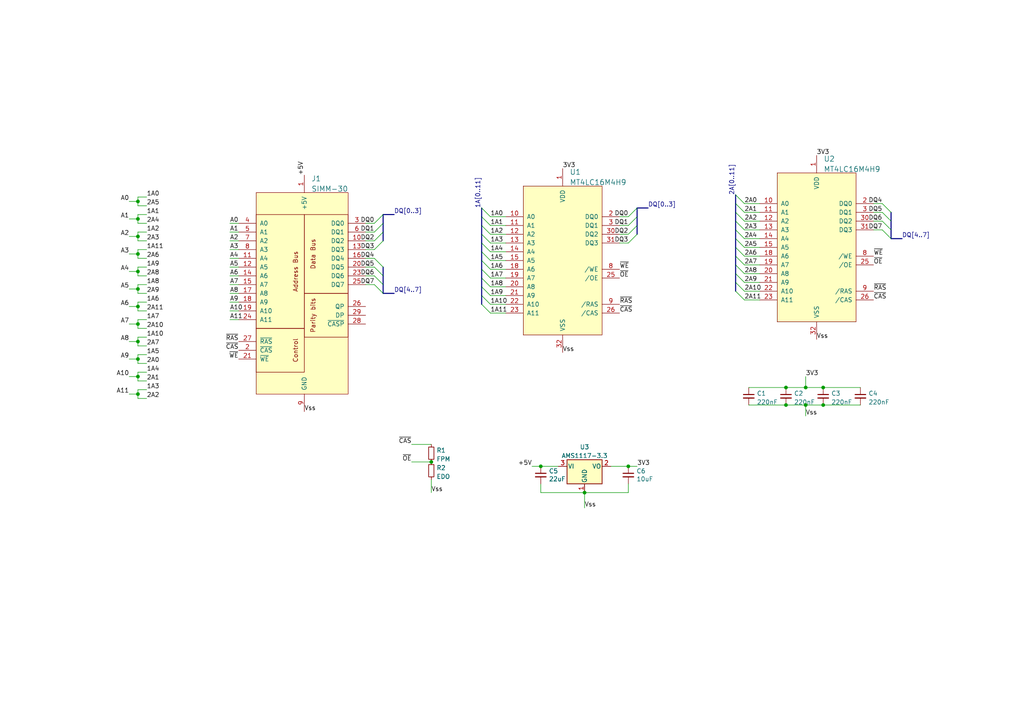
<source format=kicad_sch>
(kicad_sch (version 20211123) (generator eeschema)
  (paper "A4")
  (title_block (title "16MB SIMMBA-30") (date "2022-04-19") (rev "0.1") (company "0xCats"))
  (lib_symbols
    (symbol "Device:C_Small" (pin_numbers hide) (pin_names (offset 0.254) hide)
      (property "Reference" "C" (at 0.254 1.778 0))
      (property "Value" "C_Small" (at 0.254 -2.032 0))
      (symbol "C_Small_0_1"
        (polyline (pts (xy -1.524 -0.508) (xy 1.524 -0.508)) (stroke (width 0.3302)))
        (polyline (pts (xy -1.524 0.508) (xy 1.524 0.508)) (stroke (width 0.3048)))
      )
      (symbol "C_Small_1_1"
        (pin passive line (at 0 2.54 270) (length 2.032) (name "~") (number "1"))
        (pin passive line (at 0 -2.54 90) (length 2.032) (name "~") (number "2"))
      )
    )
    (symbol "Device:R_Small" (pin_numbers hide) (pin_names (offset 0.254) hide)
      (property "Reference" "R" (at 0.762 0.508 0))
      (property "Value" "R_Small" (at 0.762 -1.016 0))
      (symbol "R_Small_0_1"
        (rectangle (start -0.762 1.778) (end 0.762 -1.778) (stroke (width 0.2032)))
      )
      (symbol "R_Small_1_1"
        (pin passive line (at 0 2.54 270) (length 0.762) (name "~") (number "1"))
        (pin passive line (at 0 -2.54 90) (length 0.762) (name "~") (number "2"))
      )
    )
    (symbol "Regulator_Linear:AMS1117-3.3" (pin_names (offset 0.254))
      (property "Reference" "U" (at -3.81 3.175 0))
      (property "Value" "AMS1117-3.3" (at 0 3.175 0))
      (symbol "AMS1117-3.3_0_1"
        (rectangle (start -5.08 -5.08) (end 5.08 1.905) (stroke (width 0.254)) (fill (type background)))
      )
      (symbol "AMS1117-3.3_1_1"
        (pin power_in line (at 0 -7.62 90) (length 2.54) (name "GND") (number "1"))
        (pin power_out line (at 7.62 0 180) (length 2.54) (name "VO") (number "2"))
        (pin power_in line (at -7.62 0 0) (length 2.54) (name "VI") (number "3"))
      )
    )
    (symbol "dram:MT4LC16M4H9" (pin_names (offset 1.016))
      (property "Reference" "U" (at -10.16 22.86 0))
      (property "Value" "MT4LC16M4H9" (at 0 8.89 90))
      (symbol "MT4LC16M4H9_1_1"
        (rectangle (start -11.43 21.59) (end 11.43 -21.59) (fill (type background)))
        (pin power_in line (at 0 26.67 270) (length 5.08) (name "VDD") (number "1"))
        (pin input line (at -16.51 12.7 0) (length 5.08) (name "A0") (number "10"))
        (pin input line (at -16.51 10.16 0) (length 5.08) (name "A1") (number "11"))
        (pin input line (at -16.51 7.62 0) (length 5.08) (name "A2") (number "12"))
        (pin input line (at -16.51 5.08 0) (length 5.08) (name "A3") (number "13"))
        (pin input line (at -16.51 2.54 0) (length 5.08) (name "A4") (number "14"))
        (pin input line (at -16.51 0 0) (length 5.08) (name "A5") (number "15"))
        (pin power_in line (at 0 26.67 270) (length 5.08) hide (name "VDD") (number "16"))
        (pin power_in line (at 0 -26.67 90) (length 5.08) hide (name "VSS") (number "17"))
        (pin input line (at -16.51 -2.54 0) (length 5.08) (name "A6") (number "18"))
        (pin input line (at -16.51 -5.08 0) (length 5.08) (name "A7") (number "19"))
        (pin bidirectional line (at 16.51 12.7 180) (length 5.08) (name "DQ0") (number "2"))
        (pin input line (at -16.51 -7.62 0) (length 5.08) (name "A8") (number "20"))
        (pin input line (at -16.51 -10.16 0) (length 5.08) (name "A9") (number "21"))
        (pin input line (at -16.51 -12.7 0) (length 5.08) (name "A10") (number "22"))
        (pin input line (at -16.51 -15.24 0) (length 5.08) (name "A11") (number "23"))
        (pin no_connect line (at 3.175 0.635 90) (length 5.08) hide (name "NC") (number "24"))
        (pin input line (at 16.51 -5.08 180) (length 5.08) (name "/OE") (number "25"))
        (pin input line (at 16.51 -15.24 180) (length 5.08) (name "/CAS") (number "26"))
        (pin no_connect line (at 3.175 0.635 90) (length 5.08) hide (name "nc") (number "27"))
        (pin no_connect line (at 3.175 0.635 90) (length 5.08) hide (name "nc") (number "28"))
        (pin no_connect line (at 3.175 0.635 90) (length 5.08) hide (name "nc") (number "29"))
        (pin bidirectional line (at 16.51 10.16 180) (length 5.08) (name "DQ1") (number "3"))
        (pin bidirectional line (at 16.51 7.62 180) (length 5.08) (name "DQ2") (number "30"))
        (pin bidirectional line (at 16.51 5.08 180) (length 5.08) (name "DQ3") (number "31"))
        (pin power_in line (at 0 -26.67 90) (length 5.08) (name "VSS") (number "32"))
        (pin no_connect line (at 3.175 0.635 90) (length 5.08) hide (name "NC") (number "4"))
        (pin no_connect line (at 3.175 0.635 90) (length 5.08) hide (name "NC") (number "5"))
        (pin no_connect line (at 3.175 0.635 90) (length 5.08) hide (name "NC") (number "6"))
        (pin no_connect line (at 3.175 0.635 90) (length 5.08) hide (name "NC") (number "7"))
        (pin input line (at 16.51 -2.54 180) (length 5.08) (name "/WE") (number "8"))
        (pin input line (at 16.51 -12.7 180) (length 5.08) (name "/RAS") (number "9"))
      )
    )
    (symbol "edge connectors:SIMM-30" (pin_names (offset 1.016))
      (property "Reference" "J" (at -15.24 53.34 0))
      (property "Value" "SIMM-30" (at -15.24 50.8 0))
      (symbol "SIMM-30_0_0"
        (rectangle (start -13.97 15.24) (end 0 2.54))
        (rectangle (start -13.97 48.26) (end 0 15.24))
        (rectangle (start 0 25.4) (end 12.7 12.7))
        (rectangle (start 0 48.26) (end 12.7 25.4))
        (text "Address Bus" (at -2.54 31.75 900) (effects (font (size 1.27 1.27))))
        (text "Control" (at -2.54 8.89 900) (effects (font (size 1.27 1.27))))
        (text "Data Bus" (at 2.54 36.83 900) (effects (font (size 1.27 1.27))))
        (text "Parity bits" (at 2.54 19.05 900) (effects (font (size 1.27 1.27))))
        (pin power_in line (at 0 59.69 270) (length 5.08) hide (name "+5V") (number "30"))
      )
      (symbol "SIMM-30_1_1"
        (rectangle (start -13.97 54.61) (end 12.7 -3.81) (fill (type background)))
        (pin power_in line (at 0 59.69 270) (length 5.08) (name "+5V") (number "1"))
        (pin bidirectional line (at 17.78 40.64 180) (length 5.08) (name "DQ2") (number "10"))
        (pin input line (at -19.05 35.56 0) (length 5.08) (name "A4") (number "11"))
        (pin input line (at -19.05 33.02 0) (length 5.08) (name "A5") (number "12"))
        (pin bidirectional line (at 17.78 38.1 180) (length 5.08) (name "DQ3") (number "13"))
        (pin input line (at -19.05 30.48 0) (length 5.08) (name "A6") (number "14"))
        (pin input line (at -19.05 27.94 0) (length 5.08) (name "A7") (number "15"))
        (pin bidirectional line (at 17.78 35.56 180) (length 5.08) (name "DQ4") (number "16"))
        (pin input line (at -19.05 25.4 0) (length 5.08) (name "A8") (number "17"))
        (pin input line (at -19.05 22.86 0) (length 5.08) (name "A9") (number "18"))
        (pin input line (at -19.05 20.32 0) (length 5.08) (name "A10") (number "19"))
        (pin input line (at -19.05 8.89 0) (length 5.08) (name "~{CAS}") (number "2"))
        (pin bidirectional line (at 17.78 33.02 180) (length 5.08) (name "DQ5") (number "20"))
        (pin input line (at -19.05 6.35 0) (length 5.08) (name "~{WE}") (number "21"))
        (pin power_in line (at 0 -8.89 90) (length 5.08) hide (name "GND") (number "22"))
        (pin bidirectional line (at 17.78 30.48 180) (length 5.08) (name "DQ6") (number "23"))
        (pin input line (at -19.05 17.78 0) (length 5.08) (name "A11") (number "24"))
        (pin bidirectional line (at 17.78 27.94 180) (length 5.08) (name "DQ7") (number "25"))
        (pin output line (at 17.78 21.59 180) (length 5.08) (name "QP") (number "26"))
        (pin input line (at -19.05 11.43 0) (length 5.08) (name "~{RAS}") (number "27"))
        (pin input line (at 17.78 16.51 180) (length 5.08) (name "~{CASP}") (number "28"))
        (pin input line (at 17.78 19.05 180) (length 5.08) (name "DP") (number "29"))
        (pin bidirectional line (at 17.78 45.72 180) (length 5.08) (name "DQ0") (number "3"))
        (pin input line (at -19.05 45.72 0) (length 5.08) (name "A0") (number "4"))
        (pin input line (at -19.05 43.18 0) (length 5.08) (name "A1") (number "5"))
        (pin bidirectional line (at 17.78 43.18 180) (length 5.08) (name "DQ1") (number "6"))
        (pin input line (at -19.05 40.64 0) (length 5.08) (name "A2") (number "7"))
        (pin input line (at -19.05 38.1 0) (length 5.08) (name "A3") (number "8"))
        (pin power_in line (at 0 -8.89 90) (length 5.08) (name "GND") (number "9"))
      )
    )
  )
  (junction (at 40.005 63.5))
  (junction (at 233.68 117.475))
  (junction (at 40.005 99.06))
  (junction (at 156.845 135.255))
  (junction (at 169.545 142.875))
  (junction (at 40.005 93.98))
  (junction (at 40.005 114.3))
  (junction (at 182.245 135.255))
  (junction (at 227.965 117.475))
  (junction (at 227.965 112.395))
  (junction (at 40.005 88.9))
  (junction (at 40.005 78.74))
  (junction (at 238.76 117.475))
  (junction (at 40.005 58.42))
  (junction (at 40.005 109.22))
  (junction (at 40.005 104.14))
  (junction (at 125.095 133.985))
  (junction (at 40.005 68.58))
  (junction (at 40.005 73.66))
  (junction (at 40.005 83.82))
  (junction (at 238.76 112.395))
  (junction (at 233.68 112.395))
  (bus_entry (at 213.36 74.295) (size 2.54 2.54))
  (bus_entry (at 139.7 75.565) (size 2.54 2.54))
  (bus_entry (at 213.36 56.515) (size 2.54 2.54))
  (bus_entry (at 139.7 78.105) (size 2.54 2.54))
  (bus_entry (at 108.585 77.47) (size 2.54 2.54))
  (bus_entry (at 108.585 82.55) (size 2.54 2.54))
  (bus_entry (at 213.36 61.595) (size 2.54 2.54))
  (bus_entry (at 139.7 60.325) (size 2.54 2.54))
  (bus_entry (at 213.36 66.675) (size 2.54 2.54))
  (bus_entry (at 255.905 66.675) (size 2.54 2.54))
  (bus_entry (at 139.7 83.185) (size 2.54 2.54))
  (bus_entry (at 111.125 62.23) (size -2.54 2.54))
  (bus_entry (at 255.905 59.055) (size 2.54 2.54))
  (bus_entry (at 213.36 84.455) (size 2.54 2.54))
  (bus_entry (at 255.905 61.595) (size 2.54 2.54))
  (bus_entry (at 139.7 67.945) (size 2.54 2.54))
  (bus_entry (at 213.36 76.835) (size 2.54 2.54))
  (bus_entry (at 184.785 65.405) (size -2.54 2.54))
  (bus_entry (at 139.7 62.865) (size 2.54 2.54))
  (bus_entry (at 213.36 59.055) (size 2.54 2.54))
  (bus_entry (at 108.585 74.93) (size 2.54 2.54))
  (bus_entry (at 108.585 80.01) (size 2.54 2.54))
  (bus_entry (at 184.785 60.325) (size -2.54 2.54))
  (bus_entry (at 111.125 64.77) (size -2.54 2.54))
  (bus_entry (at 139.7 85.725) (size 2.54 2.54))
  (bus_entry (at 139.7 88.265) (size 2.54 2.54))
  (bus_entry (at 184.785 62.865) (size -2.54 2.54))
  (bus_entry (at 111.125 67.31) (size -2.54 2.54))
  (bus_entry (at 139.7 73.025) (size 2.54 2.54))
  (bus_entry (at 213.36 64.135) (size 2.54 2.54))
  (bus_entry (at 213.36 71.755) (size 2.54 2.54))
  (bus_entry (at 213.36 79.375) (size 2.54 2.54))
  (bus_entry (at 139.7 80.645) (size 2.54 2.54))
  (bus_entry (at 255.905 64.135) (size 2.54 2.54))
  (bus_entry (at 139.7 70.485) (size 2.54 2.54))
  (bus_entry (at 213.36 81.915) (size 2.54 2.54))
  (bus_entry (at 111.125 69.85) (size -2.54 2.54))
  (bus_entry (at 184.785 67.945) (size -2.54 2.54))
  (bus_entry (at 139.7 65.405) (size 2.54 2.54))
  (bus_entry (at 213.36 69.215) (size 2.54 2.54))
  (wire (pts (xy 255.905 59.055) (xy 253.365 59.055)))
  (wire (pts (xy 108.585 80.01) (xy 106.045 80.01)))
  (wire (pts (xy 40.005 85.09) (xy 42.545 85.09)))
  (wire (pts (xy 227.965 117.475) (xy 233.68 117.475)))
  (bus (pts (xy 139.7 67.945) (xy 139.7 70.485)))
  (bus (pts (xy 111.125 82.55) (xy 111.125 85.09)))
  (wire (pts (xy 142.24 67.945) (xy 146.685 67.945)))
  (wire (pts (xy 40.005 72.39) (xy 42.545 72.39)))
  (wire (pts (xy 215.9 74.295) (xy 220.345 74.295)))
  (bus (pts (xy 213.36 79.375) (xy 213.36 81.915)))
  (wire (pts (xy 40.005 78.74) (xy 40.005 77.47)))
  (bus (pts (xy 139.7 73.025) (xy 139.7 75.565)))
  (wire (pts (xy 142.24 62.865) (xy 146.685 62.865)))
  (bus (pts (xy 258.445 66.675) (xy 258.445 69.215)))
  (wire (pts (xy 40.005 73.66) (xy 40.005 74.93)))
  (wire (pts (xy 40.005 97.79) (xy 42.545 97.79)))
  (wire (pts (xy 40.005 99.06) (xy 40.005 100.33)))
  (wire (pts (xy 182.245 70.485) (xy 179.705 70.485)))
  (wire (pts (xy 40.005 62.23) (xy 42.545 62.23)))
  (bus (pts (xy 258.445 64.135) (xy 258.445 66.675)))
  (bus (pts (xy 139.7 70.485) (xy 139.7 73.025)))
  (wire (pts (xy 40.005 68.58) (xy 40.005 67.31)))
  (wire (pts (xy 40.005 113.03) (xy 42.545 113.03)))
  (wire (pts (xy 108.585 64.77) (xy 106.045 64.77)))
  (bus (pts (xy 139.7 62.865) (xy 139.7 65.405)))
  (wire (pts (xy 40.005 104.14) (xy 40.005 105.41)))
  (bus (pts (xy 111.125 69.85) (xy 111.125 67.31)))
  (wire (pts (xy 238.76 112.395) (xy 249.555 112.395)))
  (bus (pts (xy 111.125 85.09) (xy 114.3 85.09)))
  (wire (pts (xy 217.17 112.395) (xy 227.965 112.395)))
  (wire (pts (xy 215.9 79.375) (xy 220.345 79.375)))
  (wire (pts (xy 182.245 65.405) (xy 179.705 65.405)))
  (wire (pts (xy 40.005 58.42) (xy 40.005 59.69)))
  (bus (pts (xy 213.36 71.755) (xy 213.36 74.295)))
  (wire (pts (xy 37.465 93.98) (xy 40.005 93.98)))
  (wire (pts (xy 37.465 99.06) (xy 40.005 99.06)))
  (wire (pts (xy 37.465 73.66) (xy 40.005 73.66)))
  (wire (pts (xy 37.465 109.22) (xy 40.005 109.22)))
  (wire (pts (xy 40.005 58.42) (xy 40.005 57.15)))
  (wire (pts (xy 142.24 90.805) (xy 146.685 90.805)))
  (bus (pts (xy 213.36 74.295) (xy 213.36 76.835)))
  (wire (pts (xy 40.005 90.17) (xy 42.545 90.17)))
  (wire (pts (xy 40.005 105.41) (xy 42.545 105.41)))
  (wire (pts (xy 40.005 95.25) (xy 42.545 95.25)))
  (wire (pts (xy 182.245 62.865) (xy 179.705 62.865)))
  (wire (pts (xy 40.005 83.82) (xy 40.005 82.55)))
  (wire (pts (xy 156.845 142.875) (xy 169.545 142.875)))
  (wire (pts (xy 40.005 73.66) (xy 40.005 72.39)))
  (wire (pts (xy 156.845 135.255) (xy 161.925 135.255)))
  (bus (pts (xy 139.7 78.105) (xy 139.7 80.645)))
  (bus (pts (xy 184.785 62.865) (xy 184.785 60.325)))
  (wire (pts (xy 66.675 64.77) (xy 69.215 64.77)))
  (bus (pts (xy 213.36 56.515) (xy 213.36 59.055)))
  (wire (pts (xy 40.005 104.14) (xy 40.005 102.87)))
  (wire (pts (xy 40.005 77.47) (xy 42.545 77.47)))
  (bus (pts (xy 258.445 61.595) (xy 258.445 64.135)))
  (wire (pts (xy 40.005 69.85) (xy 42.545 69.85)))
  (wire (pts (xy 215.9 84.455) (xy 220.345 84.455)))
  (wire (pts (xy 40.005 74.93) (xy 42.545 74.93)))
  (wire (pts (xy 215.9 76.835) (xy 220.345 76.835)))
  (wire (pts (xy 40.005 115.57) (xy 42.545 115.57)))
  (wire (pts (xy 142.24 78.105) (xy 146.685 78.105)))
  (wire (pts (xy 142.24 65.405) (xy 146.685 65.405)))
  (wire (pts (xy 233.68 117.475) (xy 238.76 117.475)))
  (wire (pts (xy 217.17 117.475) (xy 227.965 117.475)))
  (wire (pts (xy 40.005 88.9) (xy 40.005 90.17)))
  (wire (pts (xy 66.675 69.85) (xy 69.215 69.85)))
  (wire (pts (xy 40.005 88.9) (xy 40.005 87.63)))
  (bus (pts (xy 184.785 60.325) (xy 187.96 60.325)))
  (wire (pts (xy 233.68 112.395) (xy 238.76 112.395)))
  (wire (pts (xy 40.005 82.55) (xy 42.545 82.55)))
  (wire (pts (xy 142.24 73.025) (xy 146.685 73.025)))
  (bus (pts (xy 139.7 75.565) (xy 139.7 78.105)))
  (wire (pts (xy 108.585 69.85) (xy 106.045 69.85)))
  (wire (pts (xy 40.005 83.82) (xy 40.005 85.09)))
  (wire (pts (xy 37.465 83.82) (xy 40.005 83.82)))
  (wire (pts (xy 40.005 102.87) (xy 42.545 102.87)))
  (wire (pts (xy 40.005 99.06) (xy 40.005 97.79)))
  (bus (pts (xy 184.785 65.405) (xy 184.785 62.865)))
  (wire (pts (xy 177.165 135.255) (xy 182.245 135.255)))
  (wire (pts (xy 215.9 64.135) (xy 220.345 64.135)))
  (wire (pts (xy 40.005 57.15) (xy 42.545 57.15)))
  (bus (pts (xy 139.7 85.725) (xy 139.7 88.265)))
  (wire (pts (xy 37.465 88.9) (xy 40.005 88.9)))
  (wire (pts (xy 66.675 67.31) (xy 69.215 67.31)))
  (wire (pts (xy 40.005 80.01) (xy 42.545 80.01)))
  (wire (pts (xy 227.965 112.395) (xy 233.68 112.395)))
  (wire (pts (xy 142.24 85.725) (xy 146.685 85.725)))
  (wire (pts (xy 182.245 67.945) (xy 179.705 67.945)))
  (wire (pts (xy 233.68 109.22) (xy 233.68 112.395)))
  (bus (pts (xy 111.125 77.47) (xy 111.125 80.01)))
  (bus (pts (xy 213.36 81.915) (xy 213.36 84.455)))
  (wire (pts (xy 255.905 61.595) (xy 253.365 61.595)))
  (wire (pts (xy 37.465 104.14) (xy 40.005 104.14)))
  (wire (pts (xy 215.9 86.995) (xy 220.345 86.995)))
  (bus (pts (xy 139.7 65.405) (xy 139.7 67.945)))
  (wire (pts (xy 142.24 83.185) (xy 146.685 83.185)))
  (wire (pts (xy 40.005 93.98) (xy 40.005 92.71)))
  (wire (pts (xy 37.465 114.3) (xy 40.005 114.3)))
  (wire (pts (xy 119.38 133.985) (xy 125.095 133.985)))
  (wire (pts (xy 66.675 87.63) (xy 69.215 87.63)))
  (bus (pts (xy 213.36 76.835) (xy 213.36 79.375)))
  (bus (pts (xy 213.36 66.675) (xy 213.36 69.215)))
  (bus (pts (xy 111.125 80.01) (xy 111.125 82.55)))
  (wire (pts (xy 66.675 90.17) (xy 69.215 90.17)))
  (bus (pts (xy 213.36 61.595) (xy 213.36 64.135)))
  (wire (pts (xy 37.465 68.58) (xy 40.005 68.58)))
  (wire (pts (xy 40.005 109.22) (xy 40.005 107.95)))
  (wire (pts (xy 108.585 72.39) (xy 106.045 72.39)))
  (wire (pts (xy 37.465 58.42) (xy 40.005 58.42)))
  (wire (pts (xy 233.68 117.475) (xy 233.68 120.65)))
  (wire (pts (xy 169.545 142.875) (xy 169.545 147.32)))
  (bus (pts (xy 111.125 64.77) (xy 111.125 62.23)))
  (wire (pts (xy 108.585 77.47) (xy 106.045 77.47)))
  (wire (pts (xy 215.9 81.915) (xy 220.345 81.915)))
  (wire (pts (xy 40.005 63.5) (xy 40.005 62.23)))
  (wire (pts (xy 154.305 135.255) (xy 156.845 135.255)))
  (bus (pts (xy 139.7 80.645) (xy 139.7 83.185)))
  (wire (pts (xy 142.24 70.485) (xy 146.685 70.485)))
  (wire (pts (xy 66.675 92.71) (xy 69.215 92.71)))
  (wire (pts (xy 215.9 59.055) (xy 220.345 59.055)))
  (wire (pts (xy 40.005 100.33) (xy 42.545 100.33)))
  (bus (pts (xy 213.36 69.215) (xy 213.36 71.755)))
  (wire (pts (xy 40.005 87.63) (xy 42.545 87.63)))
  (wire (pts (xy 66.675 77.47) (xy 69.215 77.47)))
  (wire (pts (xy 40.005 110.49) (xy 42.545 110.49)))
  (wire (pts (xy 66.675 72.39) (xy 69.215 72.39)))
  (bus (pts (xy 213.36 59.055) (xy 213.36 61.595)))
  (wire (pts (xy 40.005 114.3) (xy 40.005 115.57)))
  (wire (pts (xy 40.005 109.22) (xy 40.005 110.49)))
  (wire (pts (xy 238.76 117.475) (xy 249.555 117.475)))
  (wire (pts (xy 215.9 66.675) (xy 220.345 66.675)))
  (wire (pts (xy 40.005 93.98) (xy 40.005 95.25)))
  (wire (pts (xy 66.675 82.55) (xy 69.215 82.55)))
  (wire (pts (xy 169.545 142.875) (xy 182.245 142.875)))
  (wire (pts (xy 40.005 78.74) (xy 40.005 80.01)))
  (wire (pts (xy 108.585 82.55) (xy 106.045 82.55)))
  (bus (pts (xy 258.445 69.215) (xy 261.62 69.215)))
  (wire (pts (xy 142.24 75.565) (xy 146.685 75.565)))
  (bus (pts (xy 184.785 67.945) (xy 184.785 65.405)))
  (wire (pts (xy 40.005 68.58) (xy 40.005 69.85)))
  (wire (pts (xy 37.465 78.74) (xy 40.005 78.74)))
  (bus (pts (xy 139.7 60.325) (xy 139.7 62.865)))
  (wire (pts (xy 40.005 59.69) (xy 42.545 59.69)))
  (wire (pts (xy 40.005 63.5) (xy 40.005 64.77)))
  (wire (pts (xy 40.005 67.31) (xy 42.545 67.31)))
  (wire (pts (xy 182.245 135.255) (xy 184.785 135.255)))
  (wire (pts (xy 108.585 67.31) (xy 106.045 67.31)))
  (wire (pts (xy 37.465 63.5) (xy 40.005 63.5)))
  (wire (pts (xy 66.675 85.09) (xy 69.215 85.09)))
  (wire (pts (xy 142.24 80.645) (xy 146.685 80.645)))
  (wire (pts (xy 66.675 74.93) (xy 69.215 74.93)))
  (wire (pts (xy 215.9 69.215) (xy 220.345 69.215)))
  (wire (pts (xy 215.9 61.595) (xy 220.345 61.595)))
  (wire (pts (xy 125.095 139.065) (xy 125.095 142.875)))
  (wire (pts (xy 215.9 71.755) (xy 220.345 71.755)))
  (wire (pts (xy 255.905 64.135) (xy 253.365 64.135)))
  (wire (pts (xy 108.585 74.93) (xy 106.045 74.93)))
  (wire (pts (xy 40.005 107.95) (xy 42.545 107.95)))
  (bus (pts (xy 111.125 67.31) (xy 111.125 64.77)))
  (wire (pts (xy 182.245 140.335) (xy 182.245 142.875)))
  (wire (pts (xy 255.905 66.675) (xy 253.365 66.675)))
  (wire (pts (xy 119.38 128.905) (xy 125.095 128.905)))
  (bus (pts (xy 139.7 83.185) (xy 139.7 85.725)))
  (wire (pts (xy 40.005 64.77) (xy 42.545 64.77)))
  (wire (pts (xy 142.24 88.265) (xy 146.685 88.265)))
  (wire (pts (xy 156.845 140.335) (xy 156.845 142.875)))
  (wire (pts (xy 66.675 80.01) (xy 69.215 80.01)))
  (bus (pts (xy 111.125 62.23) (xy 114.3 62.23)))
  (bus (pts (xy 213.36 64.135) (xy 213.36 66.675)))
  (wire (pts (xy 40.005 92.71) (xy 42.545 92.71)))
  (wire (pts (xy 40.005 114.3) (xy 40.005 113.03)))
  (label "Vss" (at 233.68 120.65 0))
  (label "DQ6" (at 255.905 64.135 180))
  (label "DQ0" (at 108.585 64.77 180))
  (label "A10" (at 37.465 109.22 180))
  (label "~{RAS}" (at 179.705 88.265 0))
  (label "1A5" (at 142.24 75.565 0))
  (label "~{CAS}" (at 119.38 128.905 180))
  (label "1A2" (at 42.545 67.31 0))
  (label "1A4" (at 42.545 107.95 0))
  (label "3V3" (at 184.785 135.255 0))
  (label "1A6" (at 42.545 87.63 0))
  (label "DQ1" (at 182.245 65.405 180))
  (label "A10" (at 66.675 90.17 0))
  (label "2A4" (at 42.545 64.77 0))
  (label "2A10" (at 42.545 95.25 0))
  (label "1A3" (at 142.24 70.485 0))
  (label "DQ[4..7]" (at 261.62 69.215 0))
  (label "~{CAS}" (at 253.365 86.995 0))
  (label "DQ[0..3]" (at 114.3 62.23 0))
  (label "2A[0..11]" (at 213.36 56.515 90))
  (label "DQ4" (at 255.905 59.055 180))
  (label "A5" (at 37.465 83.82 180))
  (label "~{WE}" (at 69.215 104.14 180))
  (label "~{WE}" (at 253.365 74.295 0))
  (label "A4" (at 37.465 78.74 180))
  (label "1A4" (at 142.24 73.025 0))
  (label "A2" (at 37.465 68.58 180))
  (label "A6" (at 66.675 80.01 0))
  (label "A11" (at 66.675 92.71 0))
  (label "2A8" (at 42.545 80.01 0))
  (label "2A6" (at 215.9 74.295 0))
  (label "A8" (at 66.675 85.09 0))
  (label "A9" (at 66.675 87.63 0))
  (label "DQ7" (at 108.585 82.55 180))
  (label "2A7" (at 42.545 100.33 0))
  (label "2A3" (at 215.9 66.675 0))
  (label "~{OE}" (at 253.365 76.835 0))
  (label "A7" (at 37.465 93.98 180))
  (label "Vss" (at 88.265 119.38 0))
  (label "2A1" (at 215.9 61.595 0))
  (label "1A7" (at 42.545 92.71 0))
  (label "2A2" (at 215.9 64.135 0))
  (label "~{OE}" (at 179.705 80.645 0))
  (label "1A11" (at 142.24 90.805 0))
  (label "A5" (at 66.675 77.47 0))
  (label "~{OE}" (at 119.38 133.985 180))
  (label "A11" (at 37.465 114.3 180))
  (label "1A10" (at 42.545 97.79 0))
  (label "~{WE}" (at 179.705 78.105 0))
  (label "1A5" (at 42.545 102.87 0))
  (label "3V3" (at 163.195 48.895 0))
  (label "A4" (at 66.675 74.93 0))
  (label "2A11" (at 42.545 90.17 0))
  (label "2A5" (at 215.9 71.755 0))
  (label "A2" (at 66.675 69.85 0))
  (label "A7" (at 66.675 82.55 0))
  (label "DQ2" (at 108.585 69.85 180))
  (label "+5V" (at 88.265 50.8 90))
  (label "DQ3" (at 182.245 70.485 180))
  (label "1A7" (at 142.24 80.645 0))
  (label "A9" (at 37.465 104.14 180))
  (label "A3" (at 37.465 73.66 180))
  (label "1A3" (at 42.545 113.03 0))
  (label "2A2" (at 42.545 115.57 0))
  (label "DQ5" (at 108.585 77.47 180))
  (label "A8" (at 37.465 99.06 180))
  (label "~{CAS}" (at 69.215 101.6 180))
  (label "DQ[4..7]" (at 114.3 85.09 0))
  (label "A1" (at 66.675 67.31 0))
  (label "Vss" (at 169.545 147.32 0))
  (label "Vss" (at 125.095 142.875 0))
  (label "DQ4" (at 108.585 74.93 180))
  (label "DQ0" (at 182.245 62.865 180))
  (label "2A1" (at 42.545 110.49 0))
  (label "1A9" (at 142.24 85.725 0))
  (label "A6" (at 37.465 88.9 180))
  (label "DQ2" (at 182.245 67.945 180))
  (label "2A6" (at 42.545 74.93 0))
  (label "3V3" (at 233.68 109.22 0))
  (label "1A0" (at 142.24 62.865 0))
  (label "2A5" (at 42.545 59.69 0))
  (label "2A0" (at 42.545 105.41 0))
  (label "DQ3" (at 108.585 72.39 180))
  (label "DQ7" (at 255.905 66.675 180))
  (label "2A9" (at 215.9 81.915 0))
  (label "~{RAS}" (at 69.215 99.06 180))
  (label "2A10" (at 215.9 84.455 0))
  (label "1A1" (at 42.545 62.23 0))
  (label "1A2" (at 142.24 67.945 0))
  (label "2A8" (at 215.9 79.375 0))
  (label "DQ1" (at 108.585 67.31 180))
  (label "1A10" (at 142.24 88.265 0))
  (label "Vss" (at 163.195 102.235 0))
  (label "2A11" (at 215.9 86.995 0))
  (label "A0" (at 37.465 58.42 180))
  (label "2A0" (at 215.9 59.055 0))
  (label "3V3" (at 236.855 45.085 0))
  (label "1A9" (at 42.545 77.47 0))
  (label "DQ6" (at 108.585 80.01 180))
  (label "1A8" (at 142.24 83.185 0))
  (label "1A8" (at 42.545 82.55 0))
  (label "1A11" (at 42.545 72.39 0))
  (label "A1" (at 37.465 63.5 180))
  (label "2A9" (at 42.545 85.09 0))
  (label "2A4" (at 215.9 69.215 0))
  (label "DQ5" (at 255.905 61.595 180))
  (label "1A1" (at 142.24 65.405 0))
  (label "A3" (at 66.675 72.39 0))
  (label "Vss" (at 236.855 98.425 0))
  (label "1A[0..11]" (at 139.7 60.325 90))
  (label "2A7" (at 215.9 76.835 0))
  (label "~{RAS}" (at 253.365 84.455 0))
  (label "DQ[0..3]" (at 187.96 60.325 0))
  (label "1A6" (at 142.24 78.105 0))
  (label "1A0" (at 42.545 57.15 0))
  (label "A0" (at 66.675 64.77 0))
  (label "+5V" (at 154.305 135.255 180))
  (label "~{CAS}" (at 179.705 90.805 0))
  (label "2A3" (at 42.545 69.85 0))
  (symbol (lib_id "Device:C_Small") (at 182.245 137.795 0) (unit 1)
    (property "Reference" "C6" (at 184.5818 136.6266 0) (effects (justify left)))
    (property "Value" "10uF" (at 184.5818 138.938 0) (effects (justify left)))
    (property "Footprint" "Capacitor_SMD:C_0805_2012Metric_Pad1.18x1.45mm_HandSolder" (effects hide))
  )
  (symbol (lib_id "edge connectors:SIMM-30") (at 88.265 110.49 0) (unit 1)
    (property "Reference" "J1" (at 90.2844 51.7959 0) (effects (font (size 1.524 1.524)) (justify left)))
    (property "Value" "SIMM-30" (at 90.2844 54.7893 0) (effects (font (size 1.524 1.524)) (justify left)))
    (property "Footprint" "edge connectors:SIMM_30" (effects hide))
    (property "Datasheet" "30 pin SIMM DRAM card" (effects hide))
  )
  (symbol (lib_id "dram:MT4LC16M4H9") (at 236.855 71.755 0) (unit 1)
    (property "Reference" "U2" (at 238.8744 46.0809 0) (effects (font (size 1.524 1.524)) (justify left)))
    (property "Value" "MT4LC16M4H9" (at 238.8744 49.0743 0) (effects (font (size 1.524 1.524)) (justify left)))
    (property "Footprint" "dram:SOJ-32_400mil" (effects hide))
    (property "Datasheet" "https://pdf1.alldatasheet.com/81488a58-ff47-4ffd-8f41-3bc44bbf6875" (effects hide))
  )
  (symbol (lib_id "dram:MT4LC16M4H9") (at 163.195 75.565 0) (unit 1)
    (property "Reference" "U1" (at 165.2144 49.8909 0) (effects (font (size 1.524 1.524)) (justify left)))
    (property "Value" "MT4LC16M4H9" (at 165.2144 52.8843 0) (effects (font (size 1.524 1.524)) (justify left)))
    (property "Footprint" "dram:SOJ-32_400mil" (effects hide))
    (property "Datasheet" "https://pdf1.alldatasheet.com/81488a58-ff47-4ffd-8f41-3bc44bbf6875" (effects hide))
  )
  (symbol (lib_id "Device:C_Small") (at 238.76 114.935 0) (unit 1)
    (property "Reference" "C3" (at 241.0841 114.1066 0) (effects (justify left)))
    (property "Value" "220nF" (at 241.0841 116.6435 0) (effects (justify left)))
    (property "Footprint" "Capacitor_SMD:C_0805_2012Metric_Pad1.18x1.45mm_HandSolder" (effects hide))
  )
  (symbol (lib_id "Device:R_Small") (at 125.095 131.445 0) (unit 1)
    (property "Reference" "R1" (at 126.5936 130.6103 0) (effects (justify left)))
    (property "Value" "FPM" (at 126.5936 133.1472 0) (effects (justify left)))
    (property "Footprint" "Resistor_SMD:R_0805_2012Metric_Pad1.20x1.40mm_HandSolder" (effects hide))
  )
  (symbol (lib_id "Device:C_Small") (at 227.965 114.935 0) (unit 1)
    (property "Reference" "C2" (at 230.2891 114.1066 0) (effects (justify left)))
    (property "Value" "220nF" (at 230.2891 116.6435 0) (effects (justify left)))
    (property "Footprint" "Capacitor_SMD:C_0805_2012Metric_Pad1.18x1.45mm_HandSolder" (effects hide))
  )
  (symbol (lib_id "Device:C_Small") (at 249.555 114.935 0) (unit 1)
    (property "Reference" "C4" (at 251.8791 114.1066 0) (effects (justify left)))
    (property "Value" "220nF" (at 251.8791 116.6435 0) (effects (justify left)))
    (property "Footprint" "Capacitor_SMD:C_0805_2012Metric_Pad1.18x1.45mm_HandSolder" (effects hide))
  )
  (symbol (lib_id "Device:C_Small") (at 156.845 137.795 0) (unit 1)
    (property "Reference" "C5" (at 159.1818 136.6266 0) (effects (justify left)))
    (property "Value" "22uF" (at 159.1818 138.938 0) (effects (justify left)))
    (property "Footprint" "Capacitor_SMD:C_0805_2012Metric_Pad1.18x1.45mm_HandSolder" (effects hide))
  )
  (symbol (lib_id "Device:C_Small") (at 217.17 114.935 0) (unit 1)
    (property "Reference" "C1" (at 219.4941 114.1066 0) (effects (justify left)))
    (property "Value" "220nF" (at 219.4941 116.6435 0) (effects (justify left)))
    (property "Footprint" "Capacitor_SMD:C_0805_2012Metric_Pad1.18x1.45mm_HandSolder" (effects hide))
  )
  (symbol (lib_id "Regulator_Linear:AMS1117-3.3") (at 169.545 135.255 0) (unit 1)
    (property "Reference" "U3" (at 169.545 129.6502 0))
    (property "Value" "AMS1117-3.3" (at 169.545 132.1871 0))
    (property "Footprint" "Package_TO_SOT_SMD:SOT-223-3_TabPin2" (effects hide))
    (property "Datasheet" "http://www.advanced-monolithic.com/pdf/ds1117.pdf" (effects hide))
  )
  (symbol (lib_id "Device:R_Small") (at 125.095 136.525 0) (unit 1)
    (property "Reference" "R2" (at 126.5936 135.6903 0) (effects (justify left)))
    (property "Value" "EDO" (at 126.5936 138.2272 0) (effects (justify left)))
    (property "Footprint" "Resistor_SMD:R_0805_2012Metric_Pad1.20x1.40mm_HandSolder" (effects hide))
  )
)
</source>
